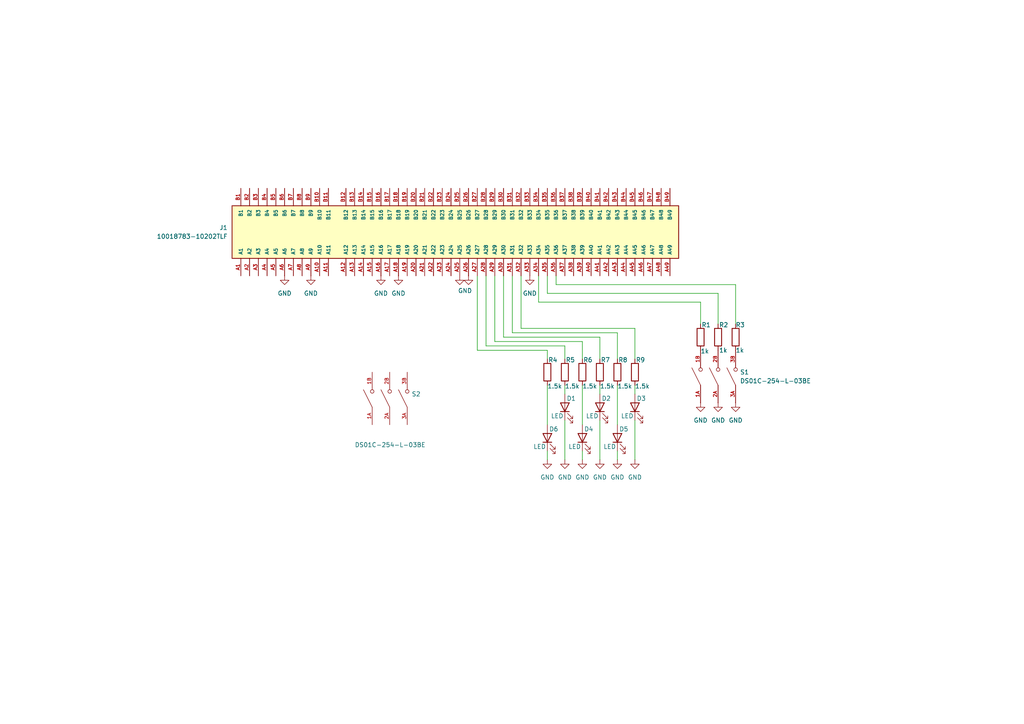
<source format=kicad_sch>
(kicad_sch (version 20231120) (generator "eeschema") (generator_version "8.0")
  (paper "A4")
  (lib_symbols
    (symbol "3 in 1 switch:DS01C-254-L-03BE" (pin_names (offset 1.016))
      (property "Reference" "S" (at -5.08 10.16 0))
      (property "Value" "DS01C-254-L-03BE" (at -5.08 -10.16 0))
      (symbol "DS01C-254-L-03BE_0_0"
        (polyline (pts (xy -2.54 -5.08) (xy 2.54 -2.54)) (stroke (width 0.1524)))
        (polyline (pts (xy -2.54 0) (xy 2.54 2.54)) (stroke (width 0.1524)))
        (polyline (pts (xy -2.54 5.08) (xy 2.54 7.62)) (stroke (width 0.1524)))
        (circle (center 2.032 -5.08) (radius 0.508) (stroke (width 0.1524)))
        (circle (center 2.032 0) (radius 0.508) (stroke (width 0.1524)))
        (circle (center 2.032 5.08) (radius 0.508) (stroke (width 0.1524)))
        (pin passive line (at -7.62 5.08 0) (length 5.08) (name "~") (number "1A"))
        (pin passive line (at 7.62 5.08 180) (length 5.08) (name "~") (number "1B"))
        (pin passive line (at -7.62 0 0) (length 5.08) (name "~") (number "2A"))
        (pin passive line (at 7.62 0 180) (length 5.08) (name "~") (number "2B"))
        (pin passive line (at -7.62 -5.08 0) (length 5.08) (name "~") (number "3A"))
        (pin passive line (at 7.62 -5.08 180) (length 5.08) (name "~") (number "3B"))
      )
    )
    (symbol "Device:LED" (pin_numbers hide) (pin_names (offset 1.016) hide)
      (property "Reference" "D" (at 0 2.54 0))
      (property "Value" "LED" (at 0 -2.54 0))
      (symbol "LED_0_1"
        (polyline (pts (xy -1.27 -1.27) (xy -1.27 1.27)) (stroke (width 0.254)))
        (polyline (pts (xy -1.27 0) (xy 1.27 0)))
        (polyline (pts (xy 1.27 -1.27) (xy 1.27 1.27) (xy -1.27 0) (xy 1.27 -1.27)) (stroke (width 0.254)))
        (polyline (pts (xy -3.048 -0.762) (xy -4.572 -2.286) (xy -3.81 -2.286) (xy -4.572 -2.286) (xy -4.572 -1.524)))
        (polyline (pts (xy -1.778 -0.762) (xy -3.302 -2.286) (xy -2.54 -2.286) (xy -3.302 -2.286) (xy -3.302 -1.524)))
      )
      (symbol "LED_1_1"
        (pin passive line (at -3.81 0 0) (length 2.54) (name "K") (number "1"))
        (pin passive line (at 3.81 0 180) (length 2.54) (name "A") (number "2"))
      )
    )
    (symbol "Device:R" (pin_numbers hide) (pin_names (offset 0))
      (property "Reference" "R" (at 2.032 0 90))
      (property "Value" "R" (at 0 0 90))
      (symbol "R_0_1"
        (rectangle (start -1.016 -2.54) (end 1.016 2.54) (stroke (width 0.254)))
      )
      (symbol "R_1_1"
        (pin passive line (at 0 3.81 270) (length 1.27) (name "~") (number "1"))
        (pin passive line (at 0 -3.81 90) (length 1.27) (name "~") (number "2"))
      )
    )
    (symbol "PCIE-8 Connector:10018783-10202TLF" (pin_names (offset 1.016))
      (property "Reference" "J" (at -7.62 64.262 0))
      (property "Value" "10018783-10202TLF" (at -7.62 -68.58 0))
      (symbol "10018783-10202TLF_0_0"
        (rectangle (start -7.62 -66.04) (end 7.62 63.5) (stroke (width 0.254)) (fill (type background)))
        (pin passive line (at -12.7 60.96 0) (length 5.08) (name "A1") (number "A1"))
        (pin passive line (at -12.7 38.1 0) (length 5.08) (name "A10") (number "A10"))
        (pin passive line (at -12.7 35.56 0) (length 5.08) (name "A11") (number "A11"))
        (pin passive line (at -12.7 30.48 0) (length 5.08) (name "A12") (number "A12"))
        (pin passive line (at -12.7 27.94 0) (length 5.08) (name "A13") (number "A13"))
        (pin passive line (at -12.7 25.4 0) (length 5.08) (name "A14") (number "A14"))
        (pin passive line (at -12.7 22.86 0) (length 5.08) (name "A15") (number "A15"))
        (pin passive line (at -12.7 20.32 0) (length 5.08) (name "A16") (number "A16"))
        (pin passive line (at -12.7 17.78 0) (length 5.08) (name "A17") (number "A17"))
        (pin passive line (at -12.7 15.24 0) (length 5.08) (name "A18") (number "A18"))
        (pin passive line (at -12.7 12.7 0) (length 5.08) (name "A19") (number "A19"))
        (pin passive line (at -12.7 58.42 0) (length 5.08) (name "A2") (number "A2"))
        (pin passive line (at -12.7 10.16 0) (length 5.08) (name "A20") (number "A20"))
        (pin passive line (at -12.7 7.62 0) (length 5.08) (name "A21") (number "A21"))
        (pin passive line (at -12.7 5.08 0) (length 5.08) (name "A22") (number "A22"))
        (pin passive line (at -12.7 2.54 0) (length 5.08) (name "A23") (number "A23"))
        (pin passive line (at -12.7 0 0) (length 5.08) (name "A24") (number "A24"))
        (pin passive line (at -12.7 -2.54 0) (length 5.08) (name "A25") (number "A25"))
        (pin passive line (at -12.7 -5.08 0) (length 5.08) (name "A26") (number "A26"))
        (pin passive line (at -12.7 -7.62 0) (length 5.08) (name "A27") (number "A27"))
        (pin passive line (at -12.7 -10.16 0) (length 5.08) (name "A28") (number "A28"))
        (pin passive line (at -12.7 -12.7 0) (length 5.08) (name "A29") (number "A29"))
        (pin passive line (at -12.7 55.88 0) (length 5.08) (name "A3") (number "A3"))
        (pin passive line (at -12.7 -15.24 0) (length 5.08) (name "A30") (number "A30"))
        (pin passive line (at -12.7 -17.78 0) (length 5.08) (name "A31") (number "A31"))
        (pin passive line (at -12.7 -20.32 0) (length 5.08) (name "A32") (number "A32"))
        (pin passive line (at -12.7 -22.86 0) (length 5.08) (name "A33") (number "A33"))
        (pin passive line (at -12.7 -25.4 0) (length 5.08) (name "A34") (number "A34"))
        (pin passive line (at -12.7 -27.94 0) (length 5.08) (name "A35") (number "A35"))
        (pin passive line (at -12.7 -30.48 0) (length 5.08) (name "A36") (number "A36"))
        (pin passive line (at -12.7 -33.02 0) (length 5.08) (name "A37") (number "A37"))
        (pin passive line (at -12.7 -35.56 0) (length 5.08) (name "A38") (number "A38"))
        (pin passive line (at -12.7 -38.1 0) (length 5.08) (name "A39") (number "A39"))
        (pin passive line (at -12.7 53.34 0) (length 5.08) (name "A4") (number "A4"))
        (pin passive line (at -12.7 -40.64 0) (length 5.08) (name "A40") (number "A40"))
        (pin passive line (at -12.7 -43.18 0) (length 5.08) (name "A41") (number "A41"))
        (pin passive line (at -12.7 -45.72 0) (length 5.08) (name "A42") (number "A42"))
        (pin passive line (at -12.7 -48.26 0) (length 5.08) (name "A43") (number "A43"))
        (pin passive line (at -12.7 -50.8 0) (length 5.08) (name "A44") (number "A44"))
        (pin passive line (at -12.7 -53.34 0) (length 5.08) (name "A45") (number "A45"))
        (pin passive line (at -12.7 -55.88 0) (length 5.08) (name "A46") (number "A46"))
        (pin passive line (at -12.7 -58.42 0) (length 5.08) (name "A47") (number "A47"))
        (pin passive line (at -12.7 -60.96 0) (length 5.08) (name "A48") (number "A48"))
        (pin passive line (at -12.7 -63.5 0) (length 5.08) (name "A49") (number "A49"))
        (pin passive line (at -12.7 50.8 0) (length 5.08) (name "A5") (number "A5"))
        (pin passive line (at -12.7 48.26 0) (length 5.08) (name "A6") (number "A6"))
        (pin passive line (at -12.7 45.72 0) (length 5.08) (name "A7") (number "A7"))
        (pin passive line (at -12.7 43.18 0) (length 5.08) (name "A8") (number "A8"))
        (pin passive line (at -12.7 40.64 0) (length 5.08) (name "A9") (number "A9"))
        (pin passive line (at 12.7 60.96 180) (length 5.08) (name "B1") (number "B1"))
        (pin passive line (at 12.7 38.1 180) (length 5.08) (name "B10") (number "B10"))
        (pin passive line (at 12.7 35.56 180) (length 5.08) (name "B11") (number "B11"))
        (pin passive line (at 12.7 30.48 180) (length 5.08) (name "B12") (number "B12"))
        (pin passive line (at 12.7 27.94 180) (length 5.08) (name "B13") (number "B13"))
        (pin passive line (at 12.7 25.4 180) (length 5.08) (name "B14") (number "B14"))
        (pin passive line (at 12.7 22.86 180) (length 5.08) (name "B15") (number "B15"))
        (pin passive line (at 12.7 20.32 180) (length 5.08) (name "B16") (number "B16"))
        (pin passive line (at 12.7 17.78 180) (length 5.08) (name "B17") (number "B17"))
        (pin passive line (at 12.7 15.24 180) (length 5.08) (name "B18") (number "B18"))
        (pin passive line (at 12.7 12.7 180) (length 5.08) (name "B19") (number "B19"))
        (pin passive line (at 12.7 58.42 180) (length 5.08) (name "B2") (number "B2"))
        (pin passive line (at 12.7 10.16 180) (length 5.08) (name "B20") (number "B20"))
        (pin passive line (at 12.7 7.62 180) (length 5.08) (name "B21") (number "B21"))
        (pin passive line (at 12.7 5.08 180) (length 5.08) (name "B22") (number "B22"))
        (pin passive line (at 12.7 2.54 180) (length 5.08) (name "B23") (number "B23"))
        (pin passive line (at 12.7 0 180) (length 5.08) (name "B24") (number "B24"))
        (pin passive line (at 12.7 -2.54 180) (length 5.08) (name "B25") (number "B25"))
        (pin passive line (at 12.7 -5.08 180) (length 5.08) (name "B26") (number "B26"))
        (pin passive line (at 12.7 -7.62 180) (length 5.08) (name "B27") (number "B27"))
        (pin passive line (at 12.7 -10.16 180) (length 5.08) (name "B28") (number "B28"))
        (pin passive line (at 12.7 -12.7 180) (length 5.08) (name "B29") (number "B29"))
        (pin passive line (at 12.7 55.88 180) (length 5.08) (name "B3") (number "B3"))
        (pin passive line (at 12.7 -15.24 180) (length 5.08) (name "B30") (number "B30"))
        (pin passive line (at 12.7 -17.78 180) (length 5.08) (name "B31") (number "B31"))
        (pin passive line (at 12.7 -20.32 180) (length 5.08) (name "B32") (number "B32"))
        (pin passive line (at 12.7 -22.86 180) (length 5.08) (name "B33") (number "B33"))
        (pin passive line (at 12.7 -25.4 180) (length 5.08) (name "B34") (number "B34"))
        (pin passive line (at 12.7 -27.94 180) (length 5.08) (name "B35") (number "B35"))
        (pin passive line (at 12.7 -30.48 180) (length 5.08) (name "B36") (number "B36"))
        (pin passive line (at 12.7 -33.02 180) (length 5.08) (name "B37") (number "B37"))
        (pin passive line (at 12.7 -35.56 180) (length 5.08) (name "B38") (number "B38"))
        (pin passive line (at 12.7 -38.1 180) (length 5.08) (name "B39") (number "B39"))
        (pin passive line (at 12.7 53.34 180) (length 5.08) (name "B4") (number "B4"))
        (pin passive line (at 12.7 -40.64 180) (length 5.08) (name "B40") (number "B40"))
        (pin passive line (at 12.7 -43.18 180) (length 5.08) (name "B41") (number "B41"))
        (pin passive line (at 12.7 -45.72 180) (length 5.08) (name "B42") (number "B42"))
        (pin passive line (at 12.7 -48.26 180) (length 5.08) (name "B43") (number "B43"))
        (pin passive line (at 12.7 -50.8 180) (length 5.08) (name "B44") (number "B44"))
        (pin passive line (at 12.7 -53.34 180) (length 5.08) (name "B45") (number "B45"))
        (pin passive line (at 12.7 -55.88 180) (length 5.08) (name "B46") (number "B46"))
        (pin passive line (at 12.7 -58.42 180) (length 5.08) (name "B47") (number "B47"))
        (pin passive line (at 12.7 -60.96 180) (length 5.08) (name "B48") (number "B48"))
        (pin passive line (at 12.7 -63.5 180) (length 5.08) (name "B49") (number "B49"))
        (pin passive line (at 12.7 50.8 180) (length 5.08) (name "B5") (number "B5"))
        (pin passive line (at 12.7 48.26 180) (length 5.08) (name "B6") (number "B6"))
        (pin passive line (at 12.7 45.72 180) (length 5.08) (name "B7") (number "B7"))
        (pin passive line (at 12.7 43.18 180) (length 5.08) (name "B8") (number "B8"))
        (pin passive line (at 12.7 40.64 180) (length 5.08) (name "B9") (number "B9"))
      )
    )
    (symbol "power:GND" (power) (pin_numbers hide) (pin_names (offset 0) hide)
      (property "Value" "GND" (at 0 -3.81 0))
      (symbol "GND_0_1"
        (polyline (pts (xy 0 0) (xy 0 -1.27) (xy 1.27 -1.27) (xy 0 -2.54) (xy -1.27 -1.27) (xy 0 -1.27)))
      )
      (symbol "GND_1_1"
        (pin power_in line (at 0 0 270) (length 0) (name "~") (number "1"))
      )
    )
  )
  (wire (pts (xy 179.07 111.76) (xy 179.07 123.19)))
  (wire (pts (xy 143.51 99.06) (xy 168.91 99.06)))
  (wire (pts (xy 184.15 111.76) (xy 184.15 114.3)))
  (wire (pts (xy 138.43 80.01) (xy 138.43 101.6)))
  (wire (pts (xy 146.05 97.79) (xy 173.99 97.79)))
  (wire (pts (xy 140.97 100.33) (xy 163.83 100.33)))
  (wire (pts (xy 151.13 95.25) (xy 184.15 95.25)))
  (wire (pts (xy 184.15 95.25) (xy 184.15 104.14)))
  (wire (pts (xy 179.07 130.81) (xy 179.07 133.35)))
  (wire (pts (xy 168.91 111.76) (xy 168.91 123.19)))
  (wire (pts (xy 208.28 85.09) (xy 158.75 85.09)))
  (wire (pts (xy 143.51 80.01) (xy 143.51 99.06)))
  (wire (pts (xy 158.75 101.6) (xy 138.43 101.6)))
  (wire (pts (xy 148.59 80.01) (xy 148.59 96.52)))
  (wire (pts (xy 168.91 130.81) (xy 168.91 133.35)))
  (wire (pts (xy 213.36 93.98) (xy 213.36 82.55)))
  (wire (pts (xy 203.2 87.63) (xy 156.21 87.63)))
  (wire (pts (xy 173.99 111.76) (xy 173.99 114.3)))
  (wire (pts (xy 203.2 93.98) (xy 203.2 87.63)))
  (wire (pts (xy 140.97 80.01) (xy 140.97 100.33)))
  (wire (pts (xy 158.75 104.14) (xy 158.75 101.6)))
  (wire (pts (xy 148.59 96.52) (xy 179.07 96.52)))
  (wire (pts (xy 146.05 80.01) (xy 146.05 97.79)))
  (wire (pts (xy 151.13 80.01) (xy 151.13 95.25)))
  (wire (pts (xy 179.07 96.52) (xy 179.07 104.14)))
  (wire (pts (xy 208.28 93.98) (xy 208.28 85.09)))
  (wire (pts (xy 213.36 82.55) (xy 161.29 82.55)))
  (wire (pts (xy 163.83 100.33) (xy 163.83 104.14)))
  (wire (pts (xy 161.29 82.55) (xy 161.29 80.01)))
  (wire (pts (xy 158.75 111.76) (xy 158.75 123.19)))
  (wire (pts (xy 156.21 87.63) (xy 156.21 80.01)))
  (wire (pts (xy 158.75 85.09) (xy 158.75 80.01)))
  (wire (pts (xy 163.83 111.76) (xy 163.83 114.3)))
  (wire (pts (xy 158.75 130.81) (xy 158.75 133.35)))
  (wire (pts (xy 184.15 121.92) (xy 184.15 133.35)))
  (wire (pts (xy 173.99 121.92) (xy 173.99 133.35)))
  (wire (pts (xy 168.91 99.06) (xy 168.91 104.14)))
  (wire (pts (xy 173.99 97.79) (xy 173.99 104.14)))
  (wire (pts (xy 163.83 121.92) (xy 163.83 133.35)))
  (symbol (lib_id "Device:R") (at 168.91 107.95 0) (unit 1)
    (property "Reference" "R6" (at 169.164 104.394 0) (effects (justify left)))
    (property "Value" "1.5k" (at 168.91 112.014 0) (effects (justify left)))
    (property "Description" "Resistor" (effects (hide yes)))
  )
  (symbol (lib_id "power:GND") (at 158.75 133.35 0) (unit 1)
    (property "Reference" "#PWR016" (effects (hide yes)))
    (property "Value" "GND" (at 158.75 138.43 0))
    (property "Description" "Power symbol creates a global label with name \"GND\" , ground" (effects (hide yes)))
  )
  (symbol (lib_id "Device:R") (at 184.15 107.95 0) (unit 1)
    (property "Reference" "R9" (at 184.404 104.394 0) (effects (justify left)))
    (property "Value" "1.5k" (at 184.15 112.014 0) (effects (justify left)))
    (property "Description" "Resistor" (effects (hide yes)))
  )
  (symbol (lib_id "PCIE-8 Connector:10018783-10202TLF") (at 130.81 67.31 90) (unit 1)
    (property "Reference" "J1" (at 66.04 66.0399 90) (effects (justify left)))
    (property "Value" "10018783-10202TLF" (at 66.04 68.5799 90) (effects (justify left)))
    (property "Footprint" "SDII LIB:PCI_Express_Card" (effects (hide yes)))
    (property "PARTREV" "AA" (effects (hide yes)))
    (property "STANDARD" "Manufacturer Recommendations" (effects (hide yes)))
    (property "MAXIMUM_PACKAGE_HEIGHT" "11.25mm" (effects (hide yes)))
    (property "MANUFACTURER" "Amphenol" (effects (hide yes)))
  )
  (symbol (lib_id "Device:LED") (at 184.15 118.11 90) (unit 1)
    (property "Reference" "D3" (at 184.658 115.57 90) (effects (justify right)))
    (property "Value" "LED" (at 180.086 120.65 90) (effects (justify right)))
    (property "Description" "Light emitting diode" (effects (hide yes)))
  )
  (symbol (lib_id "power:GND") (at 133.35 80.01 0) (unit 1)
    (property "Reference" "#PWR05" (effects (hide yes)))
    (property "Value" "GND" (at 134.874 84.328 0))
    (property "Description" "Power symbol creates a global label with name \"GND\" , ground" (effects (hide yes)))
  )
  (symbol (lib_id "power:GND") (at 153.67 80.01 0) (unit 1)
    (property "Reference" "#PWR07" (effects (hide yes)))
    (property "Value" "GND" (at 153.67 85.09 0))
    (property "Description" "Power symbol creates a global label with name \"GND\" , ground" (effects (hide yes)))
  )
  (symbol (lib_id "power:GND") (at 184.15 133.35 0) (unit 1)
    (property "Reference" "#PWR013" (effects (hide yes)))
    (property "Value" "GND" (at 184.15 138.43 0))
    (property "Description" "Power symbol creates a global label with name \"GND\" , ground" (effects (hide yes)))
  )
  (symbol (lib_id "power:GND") (at 163.83 133.35 0) (unit 1)
    (property "Reference" "#PWR011" (effects (hide yes)))
    (property "Value" "GND" (at 163.83 138.43 0))
    (property "Description" "Power symbol creates a global label with name \"GND\" , ground" (effects (hide yes)))
  )
  (symbol (lib_id "Device:LED") (at 158.75 127 90) (unit 1)
    (property "Reference" "D6" (at 159.258 124.46 90) (effects (justify right)))
    (property "Value" "LED" (at 154.686 129.54 90) (effects (justify right)))
    (property "Description" "Light emitting diode" (effects (hide yes)))
  )
  (symbol (lib_id "power:GND") (at 115.57 80.01 0) (unit 1)
    (property "Reference" "#PWR04" (effects (hide yes)))
    (property "Value" "GND" (at 115.57 85.09 0))
    (property "Description" "Power symbol creates a global label with name \"GND\" , ground" (effects (hide yes)))
  )
  (symbol (lib_id "power:GND") (at 135.89 80.01 0) (unit 1)
    (property "Reference" "#PWR06" (effects (hide yes)))
    (property "Value" "GND" (effects (hide yes)))
    (property "Description" "Power symbol creates a global label with name \"GND\" , ground" (effects (hide yes)))
  )
  (symbol (lib_id "Device:R") (at 179.07 107.95 0) (unit 1)
    (property "Reference" "R8" (at 179.324 104.394 0) (effects (justify left)))
    (property "Value" "1.5k" (at 179.07 112.014 0) (effects (justify left)))
    (property "Description" "Resistor" (effects (hide yes)))
  )
  (symbol (lib_id "power:GND") (at 179.07 133.35 0) (unit 1)
    (property "Reference" "#PWR014" (effects (hide yes)))
    (property "Value" "GND" (at 179.07 138.43 0))
    (property "Description" "Power symbol creates a global label with name \"GND\" , ground" (effects (hide yes)))
  )
  (symbol (lib_id "Device:R") (at 163.83 107.95 0) (unit 1)
    (property "Reference" "R5" (at 164.084 104.394 0) (effects (justify left)))
    (property "Value" "1.5k" (at 163.83 112.014 0) (effects (justify left)))
    (property "Description" "Resistor" (effects (hide yes)))
  )
  (symbol (lib_id "Device:R") (at 173.99 107.95 0) (unit 1)
    (property "Reference" "R7" (at 174.244 104.394 0) (effects (justify left)))
    (property "Value" "1.5k" (at 173.99 112.014 0) (effects (justify left)))
    (property "Description" "Resistor" (effects (hide yes)))
  )
  (symbol (lib_id "power:GND") (at 173.99 133.35 0) (unit 1)
    (property "Reference" "#PWR012" (effects (hide yes)))
    (property "Value" "GND" (at 173.99 138.43 0))
    (property "Description" "Power symbol creates a global label with name \"GND\" , ground" (effects (hide yes)))
  )
  (symbol (lib_id "Device:R") (at 213.36 97.79 0) (unit 1)
    (property "Reference" "R3" (at 213.36 94.234 0) (effects (justify left)))
    (property "Value" "1k" (at 213.36 101.6 0) (effects (justify left)))
    (property "Description" "Resistor" (effects (hide yes)))
  )
  (symbol (lib_id "Device:LED") (at 179.07 127 90) (unit 1)
    (property "Reference" "D5" (at 179.578 124.46 90) (effects (justify right)))
    (property "Value" "LED" (at 175.006 129.54 90) (effects (justify right)))
    (property "Description" "Light emitting diode" (effects (hide yes)))
  )
  (symbol (lib_id "Device:R") (at 208.28 97.79 0) (unit 1)
    (property "Reference" "R2" (at 208.534 94.234 0) (effects (justify left)))
    (property "Value" "1k" (at 208.534 101.6 0) (effects (justify left)))
    (property "Description" "Resistor" (effects (hide yes)))
  )
  (symbol (lib_id "power:GND") (at 213.36 116.84 0) (unit 1)
    (property "Reference" "#PWR010" (effects (hide yes)))
    (property "Value" "GND" (at 213.36 121.92 0))
    (property "Description" "Power symbol creates a global label with name \"GND\" , ground" (effects (hide yes)))
  )
  (symbol (lib_id "Device:LED") (at 173.99 118.11 90) (unit 1)
    (property "Reference" "D2" (at 174.498 115.57 90) (effects (justify right)))
    (property "Value" "LED" (at 169.926 120.65 90) (effects (justify right)))
    (property "Description" "Light emitting diode" (effects (hide yes)))
  )
  (symbol (lib_id "power:GND") (at 82.55 80.01 0) (unit 1)
    (property "Reference" "#PWR01" (effects (hide yes)))
    (property "Value" "GND" (at 82.55 85.09 0))
    (property "Description" "Power symbol creates a global label with name \"GND\" , ground" (effects (hide yes)))
  )
  (symbol (lib_id "Device:R") (at 158.75 107.95 0) (unit 1)
    (property "Reference" "R4" (at 159.004 104.394 0) (effects (justify left)))
    (property "Value" "1.5k" (at 158.75 112.014 0) (effects (justify left)))
    (property "Description" "Resistor" (effects (hide yes)))
  )
  (symbol (lib_id "3 in 1 switch:DS01C-254-L-03BE") (at 113.03 115.57 90) (unit 1)
    (property "Reference" "S2" (at 119.38 114.2999 90) (effects (justify right)))
    (property "Value" "DS01C-254-L-03BE" (at 102.87 129.032 90) (effects (justify right)))
    (property "Footprint" "SDII LIB:SW_DS01C-254-L-03BE" (effects (hide yes)))
    (property "PARTREV" "1.0" (effects (hide yes)))
    (property "MANUFACTURER" "CUI" (effects (hide yes)))
    (property "MAXIMUM_PACKAGE_HEIGHT" "7.0mm" (effects (hide yes)))
    (property "STANDARD" "Manufacturer recommendations" (effects (hide yes)))
  )
  (symbol (lib_id "power:GND") (at 203.2 116.84 0) (unit 1)
    (property "Reference" "#PWR08" (effects (hide yes)))
    (property "Value" "GND" (at 203.2 121.92 0))
    (property "Description" "Power symbol creates a global label with name \"GND\" , ground" (effects (hide yes)))
  )
  (symbol (lib_id "power:GND") (at 168.91 133.35 0) (unit 1)
    (property "Reference" "#PWR015" (effects (hide yes)))
    (property "Value" "GND" (at 168.91 138.43 0))
    (property "Description" "Power symbol creates a global label with name \"GND\" , ground" (effects (hide yes)))
  )
  (symbol (lib_id "power:GND") (at 208.28 116.84 0) (unit 1)
    (property "Reference" "#PWR09" (effects (hide yes)))
    (property "Value" "GND" (at 208.28 121.92 0))
    (property "Description" "Power symbol creates a global label with name \"GND\" , ground" (effects (hide yes)))
  )
  (symbol (lib_id "Device:LED") (at 168.91 127 90) (unit 1)
    (property "Reference" "D4" (at 169.418 124.46 90) (effects (justify right)))
    (property "Value" "LED" (at 164.846 129.54 90) (effects (justify right)))
    (property "Description" "Light emitting diode" (effects (hide yes)))
  )
  (symbol (lib_id "power:GND") (at 90.17 80.01 0) (unit 1)
    (property "Reference" "#PWR02" (effects (hide yes)))
    (property "Value" "GND" (at 90.17 85.09 0))
    (property "Description" "Power symbol creates a global label with name \"GND\" , ground" (effects (hide yes)))
  )
  (symbol (lib_id "Device:LED") (at 163.83 118.11 90) (unit 1)
    (property "Reference" "D1" (at 164.338 115.57 90) (effects (justify right)))
    (property "Value" "LED" (at 159.766 120.65 90) (effects (justify right)))
    (property "Description" "Light emitting diode" (effects (hide yes)))
  )
  (symbol (lib_id "power:GND") (at 110.49 80.01 0) (unit 1)
    (property "Reference" "#PWR03" (effects (hide yes)))
    (property "Value" "GND" (at 110.49 85.09 0))
    (property "Description" "Power symbol creates a global label with name \"GND\" , ground" (effects (hide yes)))
  )
  (symbol (lib_id "Device:R") (at 203.2 97.79 0) (unit 1)
    (property "Reference" "R1" (at 203.454 94.234 0) (effects (justify left)))
    (property "Value" "1k" (at 203.2 101.854 0) (effects (justify left)))
    (property "Description" "Resistor" (effects (hide yes)))
  )
  (symbol (lib_id "3 in 1 switch:DS01C-254-L-03BE") (at 208.28 109.22 90) (unit 1)
    (property "Reference" "S1" (at 214.63 107.9499 90) (effects (justify right)))
    (property "Value" "DS01C-254-L-03BE" (at 214.63 110.4899 90) (effects (justify right)))
    (property "Footprint" "SDII LIB:SW_DS01C-254-L-03BE" (effects (hide yes)))
    (property "PARTREV" "1.0" (effects (hide yes)))
    (property "MANUFACTURER" "CUI" (effects (hide yes)))
    (property "MAXIMUM_PACKAGE_HEIGHT" "7.0mm" (effects (hide yes)))
    (property "STANDARD" "Manufacturer recommendations" (effects (hide yes)))
  )
)
</source>
